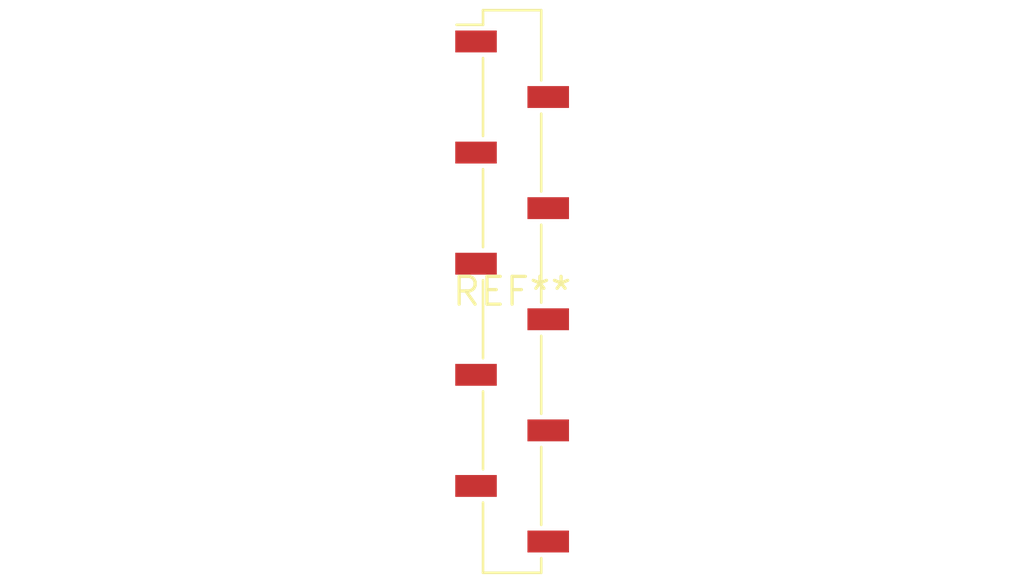
<source format=kicad_pcb>
(kicad_pcb (version 20240108) (generator pcbnew)
  (layers (0 "F.Cu" signal) (31 "B.Cu" signal) (34 "B.Paste" user) (35 "F.Paste" user) (36 "B.SilkS" user "B.Silkscreen") (37 "F.SilkS" user "F.Silkscreen") (38 "B.Mask" user) (39 "F.Mask" user) (44 "Edge.Cuts" user))
  (net 0 "")
  (footprint "PinSocket_1x10_P2.54mm_Vertical_SMD_Pin1Left" (layer "F.Cu") (at 0 0)
    (property "Reference" "REF**")
    (property "Value" "PinSocket_1x10_P2.54mm_Vertical_SMD_Pin1Left")
    (fp_line (start -2.54 -12.19) (end -1.33 -12.19) (layer "F.SilkS") (stroke (width 0.12)))
    (fp_line (start -1.33 -12.86) (end -1.33 -12.19) (layer "F.SilkS") (stroke (width 0.12)))
    (fp_line (start -1.33 -12.86) (end 1.33 -12.86) (layer "F.SilkS") (stroke (width 0.12)))
    (fp_line (start -1.33 -10.67) (end -1.33 -7.11) (layer "F.SilkS") (stroke (width 0.12)))
    (fp_line (start -1.33 -5.59) (end -1.33 -2.03) (layer "F.SilkS") (stroke (width 0.12)))
    (fp_line (start -1.33 -0.51) (end -1.33 3.05) (layer "F.SilkS") (stroke (width 0.12)))
    (fp_line (start -1.33 4.57) (end -1.33 8.13) (layer "F.SilkS") (stroke (width 0.12)))
    (fp_line (start -1.33 9.65) (end -1.33 12.86) (layer "F.SilkS") (stroke (width 0.12)))
    (fp_line (start -1.33 12.86) (end 1.33 12.86) (layer "F.SilkS") (stroke (width 0.12)))
    (fp_line (start 1.33 -12.86) (end 1.33 -9.65) (layer "F.SilkS") (stroke (width 0.12)))
    (fp_line (start 1.33 -8.13) (end 1.33 -4.57) (layer "F.SilkS") (stroke (width 0.12)))
    (fp_line (start 1.33 -3.05) (end 1.33 0.51) (layer "F.SilkS") (stroke (width 0.12)))
    (fp_line (start 1.33 2.03) (end 1.33 5.59) (layer "F.SilkS") (stroke (width 0.12)))
    (fp_line (start 1.33 7.11) (end 1.33 10.67) (layer "F.SilkS") (stroke (width 0.12)))
    (fp_line (start 1.33 12.19) (end 1.33 12.86) (layer "F.SilkS") (stroke (width 0.12)))
    (pad "1" smd rect (at -1.65 -11.43) (size 1.9 1) (layers "F.Cu" "F.Paste" "F.Mask"))
    (pad "2" smd rect (at 1.65 -8.89) (size 1.9 1) (layers "F.Cu" "F.Paste" "F.Mask"))
    (pad "3" smd rect (at -1.65 -6.35) (size 1.9 1) (layers "F.Cu" "F.Paste" "F.Mask"))
    (pad "4" smd rect (at 1.65 -3.81) (size 1.9 1) (layers "F.Cu" "F.Paste" "F.Mask"))
    (pad "5" smd rect (at -1.65 -1.27) (size 1.9 1) (layers "F.Cu" "F.Paste" "F.Mask"))
    (pad "6" smd rect (at 1.65 1.27) (size 1.9 1) (layers "F.Cu" "F.Paste" "F.Mask"))
    (pad "7" smd rect (at -1.65 3.81) (size 1.9 1) (layers "F.Cu" "F.Paste" "F.Mask"))
    (pad "8" smd rect (at 1.65 6.35) (size 1.9 1) (layers "F.Cu" "F.Paste" "F.Mask"))
    (pad "9" smd rect (at -1.65 8.89) (size 1.9 1) (layers "F.Cu" "F.Paste" "F.Mask"))
    (pad "10" smd rect (at 1.65 11.43) (size 1.9 1) (layers "F.Cu" "F.Paste" "F.Mask"))
  )
)
</source>
